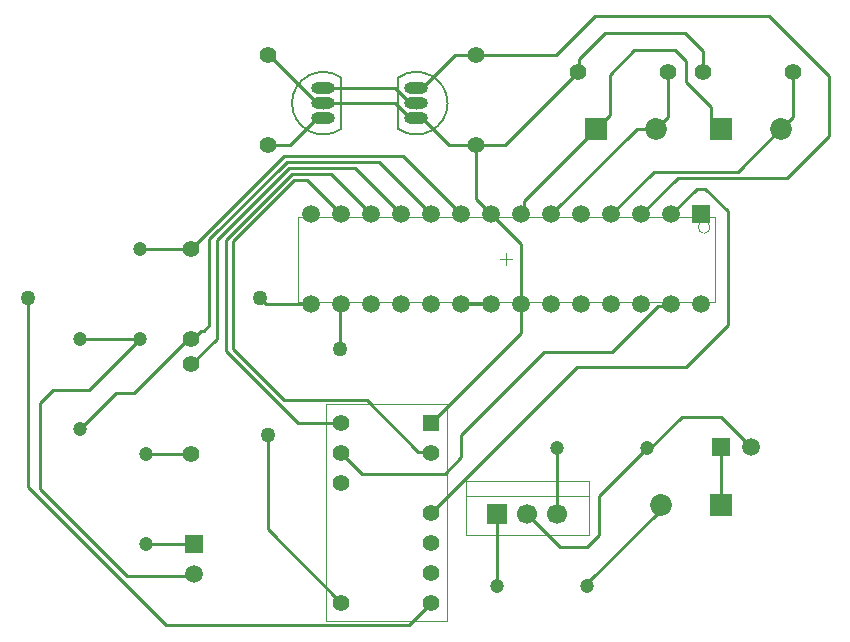
<source format=gtl>
G04*
G04 #@! TF.GenerationSoftware,Altium Limited,Altium Designer,20.2.6 (244)*
G04*
G04 Layer_Physical_Order=1*
G04 Layer_Color=255*
%FSLAX43Y43*%
%MOMM*%
G71*
G04*
G04 #@! TF.SameCoordinates,079793DD-F239-40BC-988E-7C0AFDBFEAAC*
G04*
G04*
G04 #@! TF.FilePolarity,Positive*
G04*
G01*
G75*
%ADD11C,0.200*%
%ADD15C,0.254*%
%ADD16C,0.100*%
%ADD17C,0.050*%
%ADD32O,2.000X1.000*%
%ADD33O,2.000X1.000*%
%ADD34R,1.850X1.850*%
%ADD35C,1.850*%
%ADD36C,1.400*%
%ADD37C,1.700*%
%ADD38R,1.700X1.700*%
%ADD39C,1.500*%
%ADD40R,1.500X1.500*%
%ADD41C,1.200*%
%ADD42R,1.500X1.500*%
%ADD43C,1.408*%
%ADD44R,1.408X1.408*%
%ADD45C,1.270*%
D11*
X35183Y44311D02*
G03*
X35183Y48653I1520J2171D01*
G01*
X30349D02*
G03*
X30349Y44311I-1520J-2171D01*
G01*
X35183D02*
Y48653D01*
X30349Y44311D02*
Y48653D01*
D15*
X30226Y25654D02*
Y29337D01*
X30353Y29464D01*
X41783Y38354D02*
Y42926D01*
Y38354D02*
X43053Y37084D01*
X36703Y45212D02*
X37203D01*
X39489Y42926D01*
X41783D01*
X67437Y44196D02*
X67564D01*
X68102Y40162D02*
X71628Y43688D01*
X58831Y40162D02*
X68102D01*
X63911Y40670D02*
X67437Y44196D01*
X56799Y40670D02*
X63911D01*
X55753Y37084D02*
X58831Y40162D01*
X66548Y53848D02*
X71628Y48768D01*
Y43688D02*
Y48768D01*
X53213Y37084D02*
X56799Y40670D01*
X67564Y44323D02*
X68580Y45339D01*
X55372Y44323D02*
X57023D01*
X48133Y37084D02*
X55372Y44323D01*
X45831Y38211D02*
X51943Y44323D01*
X45831Y37322D02*
Y38211D01*
X45593Y37084D02*
X45831Y37322D01*
X15494Y2286D02*
X36068D01*
X3810Y13970D02*
X15494Y2286D01*
X36068D02*
X37973Y4191D01*
X3810Y13970D02*
Y29972D01*
X12192Y6477D02*
X17780D01*
X4826Y13843D02*
X12192Y6477D01*
X4826Y13843D02*
Y21082D01*
X24003Y29464D02*
X27813D01*
X23495Y29972D02*
X24003Y29464D01*
X24130Y10414D02*
X30353Y4191D01*
X24130Y10414D02*
Y18415D01*
X37904Y16960D02*
X37973Y16891D01*
X36888Y16960D02*
X37904D01*
X32512Y21336D02*
X36888Y16960D01*
X21209Y25654D02*
X25527Y21336D01*
X32512D01*
X20574Y25527D02*
X26670Y19431D01*
X30353D01*
X20574Y25527D02*
Y34925D01*
X21209Y34842D02*
X26372Y40005D01*
X21209Y25654D02*
Y34842D01*
X27432Y40005D02*
X30353Y37084D01*
X26372Y40005D02*
X27432D01*
X20574Y34925D02*
X26162Y40513D01*
X17653Y24384D02*
X19812Y26543D01*
Y34881D01*
X25952Y41021D01*
X25741Y41529D02*
X33528D01*
X18715Y27224D02*
X19177Y27686D01*
Y34965D01*
X17653Y26543D02*
X17819D01*
X25952Y41021D02*
X31496D01*
X17819Y26543D02*
X18501Y27224D01*
X18715D01*
X19177Y34965D02*
X25741Y41529D01*
X26162Y40513D02*
X29464D01*
X32893Y37084D01*
X31496Y41021D02*
X35433Y37084D01*
X33528Y41529D02*
X37973Y37084D01*
X25527Y42037D02*
X35560D01*
X40513Y37084D01*
X17653Y34163D02*
X25527Y42037D01*
X30353Y16891D02*
X32131Y15113D01*
X39116D02*
X40513Y16510D01*
X32131Y15113D02*
X39116D01*
X40513Y16510D02*
Y18415D01*
X47506Y25408D02*
X53296D01*
X57162Y29274D01*
X40513Y18415D02*
X47506Y25408D01*
X58103Y29274D02*
X58293Y29464D01*
X57162Y29274D02*
X58103D01*
X61192Y39243D02*
X63119Y37316D01*
X58293Y37084D02*
X60452Y39243D01*
X61192D01*
X63119Y27686D02*
Y37316D01*
X59563Y24130D02*
X63119Y27686D01*
X50292Y24130D02*
X59563D01*
X37973Y11811D02*
X50292Y24130D01*
X45593Y27051D02*
Y29464D01*
X37973Y19431D02*
X45593Y27051D01*
Y29464D02*
Y34544D01*
X43053Y37084D02*
X45593Y34544D01*
X48133Y37084D02*
Y37147D01*
X55753Y37084D02*
X55880D01*
X51816Y53848D02*
X66548D01*
X41783Y50546D02*
X48514D01*
X51816Y53848D01*
X40513Y29464D02*
X43053D01*
X17780Y6477D02*
X17907Y6604D01*
X41783Y42926D02*
X44196D01*
X50419Y49149D01*
X28829Y46482D02*
X34933D01*
X36203Y45212D01*
X36703D01*
X28829Y47752D02*
X34933D01*
X36203Y46482D01*
X36703D01*
X56261Y17272D02*
Y17389D01*
X51943Y44323D02*
X53086Y45466D01*
Y48895D01*
X58652Y50949D02*
X59563Y50038D01*
X55140Y50949D02*
X58652D01*
X53086Y48895D02*
X55140Y50949D01*
X59563Y48260D02*
Y50038D01*
X61686Y45121D02*
X62484Y44323D01*
X61686Y45121D02*
Y46137D01*
X59563Y48260D02*
X61686Y46137D01*
X50484Y50230D02*
X52705Y52451D01*
X60960Y49149D02*
Y50927D01*
X52705Y52451D02*
X59436D01*
X60960Y50927D01*
X58039Y45339D02*
Y49149D01*
X57023Y44323D02*
X58039Y45339D01*
X17399Y26543D02*
X17653D01*
X12827Y21971D02*
X17399Y26543D01*
X11303Y21971D02*
X12827D01*
X8255Y18923D02*
X11303Y21971D01*
X5969Y22225D02*
X9017D01*
X4826Y21082D02*
X5969Y22225D01*
X9017D02*
X13335Y26543D01*
X13843Y9144D02*
X17907D01*
X13843Y16764D02*
X17653D01*
X8255Y26543D02*
X13335D01*
Y34163D02*
X17653D01*
X39997Y50546D02*
X41783D01*
X37203Y47752D02*
X39997Y50546D01*
X36703Y47752D02*
X37203D01*
X50419Y49149D02*
X50484Y49214D01*
Y50230D01*
X68580Y45339D02*
Y49149D01*
X24130Y50546D02*
X24198D01*
X28261Y46482D01*
X28829D01*
X24130Y42926D02*
X26043D01*
X28329Y45212D01*
X28829D01*
X46101Y11684D02*
X48895Y8890D01*
X51181D01*
X52197Y9906D01*
Y13208D01*
X56261Y17272D01*
X56515D01*
X59182Y19939D01*
X62484D01*
X65024Y17399D01*
X62484Y12446D02*
Y17399D01*
X51181Y5588D02*
Y5844D01*
X57404Y12067D01*
Y12446D01*
X43561Y5588D02*
Y11684D01*
X48641D02*
Y17272D01*
D16*
X61573Y35974D02*
G03*
X61573Y35974I-500J0D01*
G01*
X40901Y9934D02*
X51301D01*
X40901D02*
Y14534D01*
X40901D02*
X51301D01*
Y9934D02*
Y14534D01*
X40901Y13234D02*
X51301D01*
X26673Y29674D02*
Y36874D01*
X61973Y29674D02*
Y36874D01*
X26673Y29674D02*
X61973D01*
X26673Y36874D02*
X61973D01*
X36203Y46482D02*
X37203D01*
X36703Y45982D02*
Y46982D01*
X45601Y11684D02*
X46601D01*
X46101Y11184D02*
Y12184D01*
X28829Y45982D02*
Y46982D01*
X28329Y46482D02*
X29329D01*
X43823Y33274D02*
X44823D01*
X44323Y32774D02*
Y33774D01*
D17*
X29033Y2667D02*
Y21001D01*
X39293D01*
Y2667D02*
Y21001D01*
X29033Y2667D02*
X39293D01*
D32*
X36703Y45212D02*
D03*
X28829Y47752D02*
D03*
D33*
X36703Y46482D02*
D03*
Y47752D02*
D03*
X28829Y45212D02*
D03*
Y46482D02*
D03*
D34*
X51943Y44323D02*
D03*
X62484D02*
D03*
Y12446D02*
D03*
D35*
X57023Y44323D02*
D03*
X67564D02*
D03*
X57404Y12446D02*
D03*
D36*
X68580Y49149D02*
D03*
X60960D02*
D03*
X58039D02*
D03*
X50419D02*
D03*
X24130Y42926D02*
D03*
Y50546D02*
D03*
X41783D02*
D03*
Y42926D02*
D03*
X17653Y16764D02*
D03*
Y24384D02*
D03*
Y34163D02*
D03*
Y26543D02*
D03*
D37*
X48641Y11684D02*
D03*
X46101D02*
D03*
D38*
X43561D02*
D03*
D39*
X65024Y17399D02*
D03*
X27813Y29464D02*
D03*
X30353D02*
D03*
X32893D02*
D03*
X35433D02*
D03*
X37973D02*
D03*
X40513D02*
D03*
X43053D02*
D03*
X45593D02*
D03*
X48133D02*
D03*
X50673D02*
D03*
X53213D02*
D03*
X55753D02*
D03*
X58293D02*
D03*
X60833D02*
D03*
X27813Y37084D02*
D03*
X30353D02*
D03*
X32893D02*
D03*
X35433D02*
D03*
X37973D02*
D03*
X40513D02*
D03*
X43053D02*
D03*
X45593D02*
D03*
X48133D02*
D03*
X50673D02*
D03*
X53213D02*
D03*
X55753D02*
D03*
X58293D02*
D03*
X17907Y6604D02*
D03*
D40*
X62484Y17399D02*
D03*
D41*
X51181Y5588D02*
D03*
X43561D02*
D03*
X56261Y17272D02*
D03*
X48641D02*
D03*
X13843Y9144D02*
D03*
Y16764D02*
D03*
X13335Y26543D02*
D03*
Y34163D02*
D03*
X8255Y26543D02*
D03*
Y18923D02*
D03*
D42*
X60833Y37084D02*
D03*
X17907Y9144D02*
D03*
D43*
X37973Y11811D02*
D03*
Y16891D02*
D03*
Y9271D02*
D03*
X30353Y16891D02*
D03*
Y14351D02*
D03*
X37973Y6731D02*
D03*
X30353Y4191D02*
D03*
X37973D02*
D03*
X30353Y19431D02*
D03*
D44*
X37973D02*
D03*
D45*
X30226Y25654D02*
D03*
X3810Y29972D02*
D03*
X23495D02*
D03*
X24130Y18415D02*
D03*
M02*

</source>
